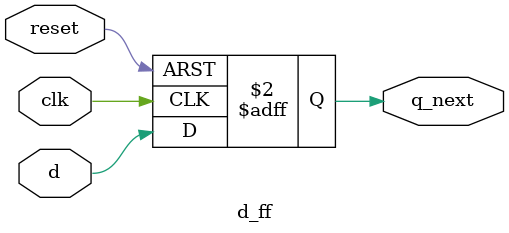
<source format=v>
`timescale 1ns / 1ps


module d_ff(d, q_next, clk, reset);
    input d, clk, reset;
    output reg q_next;
    
    always @ (posedge clk or posedge reset)
        if (reset)
            q_next <= 0;
        else
            q_next <= d;
endmodule
</source>
